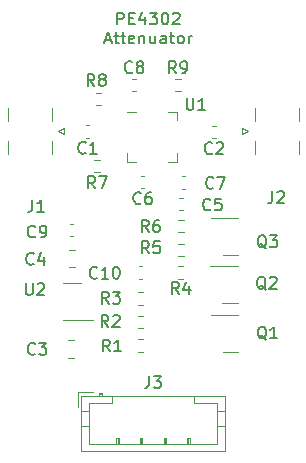
<source format=gbr>
%TF.GenerationSoftware,KiCad,Pcbnew,(6.0.1)*%
%TF.CreationDate,2022-02-11T18:20:56+00:00*%
%TF.ProjectId,PE4302,50453433-3032-42e6-9b69-6361645f7063,rev?*%
%TF.SameCoordinates,Original*%
%TF.FileFunction,Legend,Top*%
%TF.FilePolarity,Positive*%
%FSLAX46Y46*%
G04 Gerber Fmt 4.6, Leading zero omitted, Abs format (unit mm)*
G04 Created by KiCad (PCBNEW (6.0.1)) date 2022-02-11 18:20:56*
%MOMM*%
%LPD*%
G01*
G04 APERTURE LIST*
%ADD10C,0.150000*%
%ADD11C,0.120000*%
G04 APERTURE END LIST*
D10*
X109445752Y-102974580D02*
X109445752Y-101974580D01*
X109826704Y-101974580D01*
X109921942Y-102022200D01*
X109969561Y-102069819D01*
X110017180Y-102165057D01*
X110017180Y-102307914D01*
X109969561Y-102403152D01*
X109921942Y-102450771D01*
X109826704Y-102498390D01*
X109445752Y-102498390D01*
X110445752Y-102450771D02*
X110779085Y-102450771D01*
X110921942Y-102974580D02*
X110445752Y-102974580D01*
X110445752Y-101974580D01*
X110921942Y-101974580D01*
X111779085Y-102307914D02*
X111779085Y-102974580D01*
X111540990Y-101926961D02*
X111302895Y-102641247D01*
X111921942Y-102641247D01*
X112207657Y-101974580D02*
X112826704Y-101974580D01*
X112493371Y-102355533D01*
X112636228Y-102355533D01*
X112731466Y-102403152D01*
X112779085Y-102450771D01*
X112826704Y-102546009D01*
X112826704Y-102784104D01*
X112779085Y-102879342D01*
X112731466Y-102926961D01*
X112636228Y-102974580D01*
X112350514Y-102974580D01*
X112255276Y-102926961D01*
X112207657Y-102879342D01*
X113445752Y-101974580D02*
X113540990Y-101974580D01*
X113636228Y-102022200D01*
X113683847Y-102069819D01*
X113731466Y-102165057D01*
X113779085Y-102355533D01*
X113779085Y-102593628D01*
X113731466Y-102784104D01*
X113683847Y-102879342D01*
X113636228Y-102926961D01*
X113540990Y-102974580D01*
X113445752Y-102974580D01*
X113350514Y-102926961D01*
X113302895Y-102879342D01*
X113255276Y-102784104D01*
X113207657Y-102593628D01*
X113207657Y-102355533D01*
X113255276Y-102165057D01*
X113302895Y-102069819D01*
X113350514Y-102022200D01*
X113445752Y-101974580D01*
X114160038Y-102069819D02*
X114207657Y-102022200D01*
X114302895Y-101974580D01*
X114540990Y-101974580D01*
X114636228Y-102022200D01*
X114683847Y-102069819D01*
X114731466Y-102165057D01*
X114731466Y-102260295D01*
X114683847Y-102403152D01*
X114112419Y-102974580D01*
X114731466Y-102974580D01*
X108421942Y-104298866D02*
X108898133Y-104298866D01*
X108326704Y-104584580D02*
X108660038Y-103584580D01*
X108993371Y-104584580D01*
X109183847Y-103917914D02*
X109564800Y-103917914D01*
X109326704Y-103584580D02*
X109326704Y-104441723D01*
X109374323Y-104536961D01*
X109469561Y-104584580D01*
X109564800Y-104584580D01*
X109755276Y-103917914D02*
X110136228Y-103917914D01*
X109898133Y-103584580D02*
X109898133Y-104441723D01*
X109945752Y-104536961D01*
X110040990Y-104584580D01*
X110136228Y-104584580D01*
X110850514Y-104536961D02*
X110755276Y-104584580D01*
X110564800Y-104584580D01*
X110469561Y-104536961D01*
X110421942Y-104441723D01*
X110421942Y-104060771D01*
X110469561Y-103965533D01*
X110564800Y-103917914D01*
X110755276Y-103917914D01*
X110850514Y-103965533D01*
X110898133Y-104060771D01*
X110898133Y-104156009D01*
X110421942Y-104251247D01*
X111326704Y-103917914D02*
X111326704Y-104584580D01*
X111326704Y-104013152D02*
X111374323Y-103965533D01*
X111469561Y-103917914D01*
X111612419Y-103917914D01*
X111707657Y-103965533D01*
X111755276Y-104060771D01*
X111755276Y-104584580D01*
X112660038Y-103917914D02*
X112660038Y-104584580D01*
X112231466Y-103917914D02*
X112231466Y-104441723D01*
X112279085Y-104536961D01*
X112374323Y-104584580D01*
X112517180Y-104584580D01*
X112612419Y-104536961D01*
X112660038Y-104489342D01*
X113564800Y-104584580D02*
X113564800Y-104060771D01*
X113517180Y-103965533D01*
X113421942Y-103917914D01*
X113231466Y-103917914D01*
X113136228Y-103965533D01*
X113564800Y-104536961D02*
X113469561Y-104584580D01*
X113231466Y-104584580D01*
X113136228Y-104536961D01*
X113088609Y-104441723D01*
X113088609Y-104346485D01*
X113136228Y-104251247D01*
X113231466Y-104203628D01*
X113469561Y-104203628D01*
X113564800Y-104156009D01*
X113898133Y-103917914D02*
X114279085Y-103917914D01*
X114040990Y-103584580D02*
X114040990Y-104441723D01*
X114088609Y-104536961D01*
X114183847Y-104584580D01*
X114279085Y-104584580D01*
X114755276Y-104584580D02*
X114660038Y-104536961D01*
X114612419Y-104489342D01*
X114564800Y-104394104D01*
X114564800Y-104108390D01*
X114612419Y-104013152D01*
X114660038Y-103965533D01*
X114755276Y-103917914D01*
X114898133Y-103917914D01*
X114993371Y-103965533D01*
X115040990Y-104013152D01*
X115088609Y-104108390D01*
X115088609Y-104394104D01*
X115040990Y-104489342D01*
X114993371Y-104536961D01*
X114898133Y-104584580D01*
X114755276Y-104584580D01*
X115517180Y-104584580D02*
X115517180Y-103917914D01*
X115517180Y-104108390D02*
X115564800Y-104013152D01*
X115612419Y-103965533D01*
X115707657Y-103917914D01*
X115802895Y-103917914D01*
%TO.C,J2*%
X122577266Y-117105180D02*
X122577266Y-117819466D01*
X122529647Y-117962323D01*
X122434409Y-118057561D01*
X122291552Y-118105180D01*
X122196314Y-118105180D01*
X123005838Y-117200419D02*
X123053457Y-117152800D01*
X123148695Y-117105180D01*
X123386790Y-117105180D01*
X123482028Y-117152800D01*
X123529647Y-117200419D01*
X123577266Y-117295657D01*
X123577266Y-117390895D01*
X123529647Y-117533752D01*
X122958219Y-118105180D01*
X123577266Y-118105180D01*
%TO.C,J3*%
X112137866Y-132755980D02*
X112137866Y-133470266D01*
X112090247Y-133613123D01*
X111995009Y-133708361D01*
X111852152Y-133755980D01*
X111756914Y-133755980D01*
X112518819Y-132755980D02*
X113137866Y-132755980D01*
X112804533Y-133136933D01*
X112947390Y-133136933D01*
X113042628Y-133184552D01*
X113090247Y-133232171D01*
X113137866Y-133327409D01*
X113137866Y-133565504D01*
X113090247Y-133660742D01*
X113042628Y-133708361D01*
X112947390Y-133755980D01*
X112661676Y-133755980D01*
X112566438Y-133708361D01*
X112518819Y-133660742D01*
%TO.C,U2*%
X101701695Y-124877580D02*
X101701695Y-125687104D01*
X101749314Y-125782342D01*
X101796933Y-125829961D01*
X101892171Y-125877580D01*
X102082647Y-125877580D01*
X102177885Y-125829961D01*
X102225504Y-125782342D01*
X102273123Y-125687104D01*
X102273123Y-124877580D01*
X102701695Y-124972819D02*
X102749314Y-124925200D01*
X102844552Y-124877580D01*
X103082647Y-124877580D01*
X103177885Y-124925200D01*
X103225504Y-124972819D01*
X103273123Y-125068057D01*
X103273123Y-125163295D01*
X103225504Y-125306152D01*
X102654076Y-125877580D01*
X103273123Y-125877580D01*
%TO.C,R9*%
X114412733Y-107099380D02*
X114079400Y-106623190D01*
X113841304Y-107099380D02*
X113841304Y-106099380D01*
X114222257Y-106099380D01*
X114317495Y-106147000D01*
X114365114Y-106194619D01*
X114412733Y-106289857D01*
X114412733Y-106432714D01*
X114365114Y-106527952D01*
X114317495Y-106575571D01*
X114222257Y-106623190D01*
X113841304Y-106623190D01*
X114888923Y-107099380D02*
X115079400Y-107099380D01*
X115174638Y-107051761D01*
X115222257Y-107004142D01*
X115317495Y-106861285D01*
X115365114Y-106670809D01*
X115365114Y-106289857D01*
X115317495Y-106194619D01*
X115269876Y-106147000D01*
X115174638Y-106099380D01*
X114984161Y-106099380D01*
X114888923Y-106147000D01*
X114841304Y-106194619D01*
X114793685Y-106289857D01*
X114793685Y-106527952D01*
X114841304Y-106623190D01*
X114888923Y-106670809D01*
X114984161Y-106718428D01*
X115174638Y-106718428D01*
X115269876Y-106670809D01*
X115317495Y-106623190D01*
X115365114Y-106527952D01*
%TO.C,R1*%
X108824733Y-130652780D02*
X108491400Y-130176590D01*
X108253304Y-130652780D02*
X108253304Y-129652780D01*
X108634257Y-129652780D01*
X108729495Y-129700400D01*
X108777114Y-129748019D01*
X108824733Y-129843257D01*
X108824733Y-129986114D01*
X108777114Y-130081352D01*
X108729495Y-130128971D01*
X108634257Y-130176590D01*
X108253304Y-130176590D01*
X109777114Y-130652780D02*
X109205685Y-130652780D01*
X109491400Y-130652780D02*
X109491400Y-129652780D01*
X109396161Y-129795638D01*
X109300923Y-129890876D01*
X109205685Y-129938495D01*
%TO.C,R5*%
X112126733Y-122346980D02*
X111793400Y-121870790D01*
X111555304Y-122346980D02*
X111555304Y-121346980D01*
X111936257Y-121346980D01*
X112031495Y-121394600D01*
X112079114Y-121442219D01*
X112126733Y-121537457D01*
X112126733Y-121680314D01*
X112079114Y-121775552D01*
X112031495Y-121823171D01*
X111936257Y-121870790D01*
X111555304Y-121870790D01*
X113031495Y-121346980D02*
X112555304Y-121346980D01*
X112507685Y-121823171D01*
X112555304Y-121775552D01*
X112650542Y-121727933D01*
X112888638Y-121727933D01*
X112983876Y-121775552D01*
X113031495Y-121823171D01*
X113079114Y-121918409D01*
X113079114Y-122156504D01*
X113031495Y-122251742D01*
X112983876Y-122299361D01*
X112888638Y-122346980D01*
X112650542Y-122346980D01*
X112555304Y-122299361D01*
X112507685Y-122251742D01*
%TO.C,C3*%
X102500133Y-130836942D02*
X102452514Y-130884561D01*
X102309657Y-130932180D01*
X102214419Y-130932180D01*
X102071561Y-130884561D01*
X101976323Y-130789323D01*
X101928704Y-130694085D01*
X101881085Y-130503609D01*
X101881085Y-130360752D01*
X101928704Y-130170276D01*
X101976323Y-130075038D01*
X102071561Y-129979800D01*
X102214419Y-129932180D01*
X102309657Y-129932180D01*
X102452514Y-129979800D01*
X102500133Y-130027419D01*
X102833466Y-129932180D02*
X103452514Y-129932180D01*
X103119180Y-130313133D01*
X103262038Y-130313133D01*
X103357276Y-130360752D01*
X103404895Y-130408371D01*
X103452514Y-130503609D01*
X103452514Y-130741704D01*
X103404895Y-130836942D01*
X103357276Y-130884561D01*
X103262038Y-130932180D01*
X102976323Y-130932180D01*
X102881085Y-130884561D01*
X102833466Y-130836942D01*
%TO.C,J1*%
X102257266Y-117816380D02*
X102257266Y-118530666D01*
X102209647Y-118673523D01*
X102114409Y-118768761D01*
X101971552Y-118816380D01*
X101876314Y-118816380D01*
X103257266Y-118816380D02*
X102685838Y-118816380D01*
X102971552Y-118816380D02*
X102971552Y-117816380D01*
X102876314Y-117959238D01*
X102781076Y-118054476D01*
X102685838Y-118102095D01*
%TO.C,R4*%
X114666733Y-125801380D02*
X114333400Y-125325190D01*
X114095304Y-125801380D02*
X114095304Y-124801380D01*
X114476257Y-124801380D01*
X114571495Y-124849000D01*
X114619114Y-124896619D01*
X114666733Y-124991857D01*
X114666733Y-125134714D01*
X114619114Y-125229952D01*
X114571495Y-125277571D01*
X114476257Y-125325190D01*
X114095304Y-125325190D01*
X115523876Y-125134714D02*
X115523876Y-125801380D01*
X115285780Y-124753761D02*
X115047685Y-125468047D01*
X115666733Y-125468047D01*
%TO.C,C9*%
X102500133Y-120905542D02*
X102452514Y-120953161D01*
X102309657Y-121000780D01*
X102214419Y-121000780D01*
X102071561Y-120953161D01*
X101976323Y-120857923D01*
X101928704Y-120762685D01*
X101881085Y-120572209D01*
X101881085Y-120429352D01*
X101928704Y-120238876D01*
X101976323Y-120143638D01*
X102071561Y-120048400D01*
X102214419Y-120000780D01*
X102309657Y-120000780D01*
X102452514Y-120048400D01*
X102500133Y-120096019D01*
X102976323Y-121000780D02*
X103166800Y-121000780D01*
X103262038Y-120953161D01*
X103309657Y-120905542D01*
X103404895Y-120762685D01*
X103452514Y-120572209D01*
X103452514Y-120191257D01*
X103404895Y-120096019D01*
X103357276Y-120048400D01*
X103262038Y-120000780D01*
X103071561Y-120000780D01*
X102976323Y-120048400D01*
X102928704Y-120096019D01*
X102881085Y-120191257D01*
X102881085Y-120429352D01*
X102928704Y-120524590D01*
X102976323Y-120572209D01*
X103071561Y-120619828D01*
X103262038Y-120619828D01*
X103357276Y-120572209D01*
X103404895Y-120524590D01*
X103452514Y-120429352D01*
%TO.C,C1*%
X106767333Y-113826542D02*
X106719714Y-113874161D01*
X106576857Y-113921780D01*
X106481619Y-113921780D01*
X106338761Y-113874161D01*
X106243523Y-113778923D01*
X106195904Y-113683685D01*
X106148285Y-113493209D01*
X106148285Y-113350352D01*
X106195904Y-113159876D01*
X106243523Y-113064638D01*
X106338761Y-112969400D01*
X106481619Y-112921780D01*
X106576857Y-112921780D01*
X106719714Y-112969400D01*
X106767333Y-113017019D01*
X107719714Y-113921780D02*
X107148285Y-113921780D01*
X107434000Y-113921780D02*
X107434000Y-112921780D01*
X107338761Y-113064638D01*
X107243523Y-113159876D01*
X107148285Y-113207495D01*
%TO.C,R6*%
X112101333Y-120543580D02*
X111768000Y-120067390D01*
X111529904Y-120543580D02*
X111529904Y-119543580D01*
X111910857Y-119543580D01*
X112006095Y-119591200D01*
X112053714Y-119638819D01*
X112101333Y-119734057D01*
X112101333Y-119876914D01*
X112053714Y-119972152D01*
X112006095Y-120019771D01*
X111910857Y-120067390D01*
X111529904Y-120067390D01*
X112958476Y-119543580D02*
X112768000Y-119543580D01*
X112672761Y-119591200D01*
X112625142Y-119638819D01*
X112529904Y-119781676D01*
X112482285Y-119972152D01*
X112482285Y-120353104D01*
X112529904Y-120448342D01*
X112577523Y-120495961D01*
X112672761Y-120543580D01*
X112863238Y-120543580D01*
X112958476Y-120495961D01*
X113006095Y-120448342D01*
X113053714Y-120353104D01*
X113053714Y-120115009D01*
X113006095Y-120019771D01*
X112958476Y-119972152D01*
X112863238Y-119924533D01*
X112672761Y-119924533D01*
X112577523Y-119972152D01*
X112529904Y-120019771D01*
X112482285Y-120115009D01*
%TO.C,C6*%
X111440933Y-118093742D02*
X111393314Y-118141361D01*
X111250457Y-118188980D01*
X111155219Y-118188980D01*
X111012361Y-118141361D01*
X110917123Y-118046123D01*
X110869504Y-117950885D01*
X110821885Y-117760409D01*
X110821885Y-117617552D01*
X110869504Y-117427076D01*
X110917123Y-117331838D01*
X111012361Y-117236600D01*
X111155219Y-117188980D01*
X111250457Y-117188980D01*
X111393314Y-117236600D01*
X111440933Y-117284219D01*
X112298076Y-117188980D02*
X112107600Y-117188980D01*
X112012361Y-117236600D01*
X111964742Y-117284219D01*
X111869504Y-117427076D01*
X111821885Y-117617552D01*
X111821885Y-117998504D01*
X111869504Y-118093742D01*
X111917123Y-118141361D01*
X112012361Y-118188980D01*
X112202838Y-118188980D01*
X112298076Y-118141361D01*
X112345695Y-118093742D01*
X112393314Y-117998504D01*
X112393314Y-117760409D01*
X112345695Y-117665171D01*
X112298076Y-117617552D01*
X112202838Y-117569933D01*
X112012361Y-117569933D01*
X111917123Y-117617552D01*
X111869504Y-117665171D01*
X111821885Y-117760409D01*
%TO.C,C8*%
X110704333Y-107004142D02*
X110656714Y-107051761D01*
X110513857Y-107099380D01*
X110418619Y-107099380D01*
X110275761Y-107051761D01*
X110180523Y-106956523D01*
X110132904Y-106861285D01*
X110085285Y-106670809D01*
X110085285Y-106527952D01*
X110132904Y-106337476D01*
X110180523Y-106242238D01*
X110275761Y-106147000D01*
X110418619Y-106099380D01*
X110513857Y-106099380D01*
X110656714Y-106147000D01*
X110704333Y-106194619D01*
X111275761Y-106527952D02*
X111180523Y-106480333D01*
X111132904Y-106432714D01*
X111085285Y-106337476D01*
X111085285Y-106289857D01*
X111132904Y-106194619D01*
X111180523Y-106147000D01*
X111275761Y-106099380D01*
X111466238Y-106099380D01*
X111561476Y-106147000D01*
X111609095Y-106194619D01*
X111656714Y-106289857D01*
X111656714Y-106337476D01*
X111609095Y-106432714D01*
X111561476Y-106480333D01*
X111466238Y-106527952D01*
X111275761Y-106527952D01*
X111180523Y-106575571D01*
X111132904Y-106623190D01*
X111085285Y-106718428D01*
X111085285Y-106908904D01*
X111132904Y-107004142D01*
X111180523Y-107051761D01*
X111275761Y-107099380D01*
X111466238Y-107099380D01*
X111561476Y-107051761D01*
X111609095Y-107004142D01*
X111656714Y-106908904D01*
X111656714Y-106718428D01*
X111609095Y-106623190D01*
X111561476Y-106575571D01*
X111466238Y-106527952D01*
%TO.C,Q2*%
X122027961Y-125439419D02*
X121932723Y-125391800D01*
X121837485Y-125296561D01*
X121694628Y-125153704D01*
X121599390Y-125106085D01*
X121504152Y-125106085D01*
X121551771Y-125344180D02*
X121456533Y-125296561D01*
X121361295Y-125201323D01*
X121313676Y-125010847D01*
X121313676Y-124677514D01*
X121361295Y-124487038D01*
X121456533Y-124391800D01*
X121551771Y-124344180D01*
X121742247Y-124344180D01*
X121837485Y-124391800D01*
X121932723Y-124487038D01*
X121980342Y-124677514D01*
X121980342Y-125010847D01*
X121932723Y-125201323D01*
X121837485Y-125296561D01*
X121742247Y-125344180D01*
X121551771Y-125344180D01*
X122361295Y-124439419D02*
X122408914Y-124391800D01*
X122504152Y-124344180D01*
X122742247Y-124344180D01*
X122837485Y-124391800D01*
X122885104Y-124439419D01*
X122932723Y-124534657D01*
X122932723Y-124629895D01*
X122885104Y-124772752D01*
X122313676Y-125344180D01*
X122932723Y-125344180D01*
%TO.C,R3*%
X108723133Y-126614180D02*
X108389800Y-126137990D01*
X108151704Y-126614180D02*
X108151704Y-125614180D01*
X108532657Y-125614180D01*
X108627895Y-125661800D01*
X108675514Y-125709419D01*
X108723133Y-125804657D01*
X108723133Y-125947514D01*
X108675514Y-126042752D01*
X108627895Y-126090371D01*
X108532657Y-126137990D01*
X108151704Y-126137990D01*
X109056466Y-125614180D02*
X109675514Y-125614180D01*
X109342180Y-125995133D01*
X109485038Y-125995133D01*
X109580276Y-126042752D01*
X109627895Y-126090371D01*
X109675514Y-126185609D01*
X109675514Y-126423704D01*
X109627895Y-126518942D01*
X109580276Y-126566561D01*
X109485038Y-126614180D01*
X109199323Y-126614180D01*
X109104085Y-126566561D01*
X109056466Y-126518942D01*
%TO.C,R7*%
X107580133Y-116842780D02*
X107246800Y-116366590D01*
X107008704Y-116842780D02*
X107008704Y-115842780D01*
X107389657Y-115842780D01*
X107484895Y-115890400D01*
X107532514Y-115938019D01*
X107580133Y-116033257D01*
X107580133Y-116176114D01*
X107532514Y-116271352D01*
X107484895Y-116318971D01*
X107389657Y-116366590D01*
X107008704Y-116366590D01*
X107913466Y-115842780D02*
X108580133Y-115842780D01*
X108151561Y-116842780D01*
%TO.C,R8*%
X107503933Y-108173780D02*
X107170600Y-107697590D01*
X106932504Y-108173780D02*
X106932504Y-107173780D01*
X107313457Y-107173780D01*
X107408695Y-107221400D01*
X107456314Y-107269019D01*
X107503933Y-107364257D01*
X107503933Y-107507114D01*
X107456314Y-107602352D01*
X107408695Y-107649971D01*
X107313457Y-107697590D01*
X106932504Y-107697590D01*
X108075361Y-107602352D02*
X107980123Y-107554733D01*
X107932504Y-107507114D01*
X107884885Y-107411876D01*
X107884885Y-107364257D01*
X107932504Y-107269019D01*
X107980123Y-107221400D01*
X108075361Y-107173780D01*
X108265838Y-107173780D01*
X108361076Y-107221400D01*
X108408695Y-107269019D01*
X108456314Y-107364257D01*
X108456314Y-107411876D01*
X108408695Y-107507114D01*
X108361076Y-107554733D01*
X108265838Y-107602352D01*
X108075361Y-107602352D01*
X107980123Y-107649971D01*
X107932504Y-107697590D01*
X107884885Y-107792828D01*
X107884885Y-107983304D01*
X107932504Y-108078542D01*
X107980123Y-108126161D01*
X108075361Y-108173780D01*
X108265838Y-108173780D01*
X108361076Y-108126161D01*
X108408695Y-108078542D01*
X108456314Y-107983304D01*
X108456314Y-107792828D01*
X108408695Y-107697590D01*
X108361076Y-107649971D01*
X108265838Y-107602352D01*
%TO.C,U1*%
X115316095Y-109205780D02*
X115316095Y-110015304D01*
X115363714Y-110110542D01*
X115411333Y-110158161D01*
X115506571Y-110205780D01*
X115697047Y-110205780D01*
X115792285Y-110158161D01*
X115839904Y-110110542D01*
X115887523Y-110015304D01*
X115887523Y-109205780D01*
X116887523Y-110205780D02*
X116316095Y-110205780D01*
X116601809Y-110205780D02*
X116601809Y-109205780D01*
X116506571Y-109348638D01*
X116411333Y-109443876D01*
X116316095Y-109491495D01*
%TO.C,C5*%
X117333733Y-118619542D02*
X117286114Y-118667161D01*
X117143257Y-118714780D01*
X117048019Y-118714780D01*
X116905161Y-118667161D01*
X116809923Y-118571923D01*
X116762304Y-118476685D01*
X116714685Y-118286209D01*
X116714685Y-118143352D01*
X116762304Y-117952876D01*
X116809923Y-117857638D01*
X116905161Y-117762400D01*
X117048019Y-117714780D01*
X117143257Y-117714780D01*
X117286114Y-117762400D01*
X117333733Y-117810019D01*
X118238495Y-117714780D02*
X117762304Y-117714780D01*
X117714685Y-118190971D01*
X117762304Y-118143352D01*
X117857542Y-118095733D01*
X118095638Y-118095733D01*
X118190876Y-118143352D01*
X118238495Y-118190971D01*
X118286114Y-118286209D01*
X118286114Y-118524304D01*
X118238495Y-118619542D01*
X118190876Y-118667161D01*
X118095638Y-118714780D01*
X117857542Y-118714780D01*
X117762304Y-118667161D01*
X117714685Y-118619542D01*
%TO.C,C4*%
X102373133Y-123216942D02*
X102325514Y-123264561D01*
X102182657Y-123312180D01*
X102087419Y-123312180D01*
X101944561Y-123264561D01*
X101849323Y-123169323D01*
X101801704Y-123074085D01*
X101754085Y-122883609D01*
X101754085Y-122740752D01*
X101801704Y-122550276D01*
X101849323Y-122455038D01*
X101944561Y-122359800D01*
X102087419Y-122312180D01*
X102182657Y-122312180D01*
X102325514Y-122359800D01*
X102373133Y-122407419D01*
X103230276Y-122645514D02*
X103230276Y-123312180D01*
X102992180Y-122264561D02*
X102754085Y-122978847D01*
X103373133Y-122978847D01*
%TO.C,C2*%
X117486133Y-113861942D02*
X117438514Y-113909561D01*
X117295657Y-113957180D01*
X117200419Y-113957180D01*
X117057561Y-113909561D01*
X116962323Y-113814323D01*
X116914704Y-113719085D01*
X116867085Y-113528609D01*
X116867085Y-113385752D01*
X116914704Y-113195276D01*
X116962323Y-113100038D01*
X117057561Y-113004800D01*
X117200419Y-112957180D01*
X117295657Y-112957180D01*
X117438514Y-113004800D01*
X117486133Y-113052419D01*
X117867085Y-113052419D02*
X117914704Y-113004800D01*
X118009942Y-112957180D01*
X118248038Y-112957180D01*
X118343276Y-113004800D01*
X118390895Y-113052419D01*
X118438514Y-113147657D01*
X118438514Y-113242895D01*
X118390895Y-113385752D01*
X117819466Y-113957180D01*
X118438514Y-113957180D01*
%TO.C,C10*%
X107738942Y-124410742D02*
X107691323Y-124458361D01*
X107548466Y-124505980D01*
X107453228Y-124505980D01*
X107310371Y-124458361D01*
X107215133Y-124363123D01*
X107167514Y-124267885D01*
X107119895Y-124077409D01*
X107119895Y-123934552D01*
X107167514Y-123744076D01*
X107215133Y-123648838D01*
X107310371Y-123553600D01*
X107453228Y-123505980D01*
X107548466Y-123505980D01*
X107691323Y-123553600D01*
X107738942Y-123601219D01*
X108691323Y-124505980D02*
X108119895Y-124505980D01*
X108405609Y-124505980D02*
X108405609Y-123505980D01*
X108310371Y-123648838D01*
X108215133Y-123744076D01*
X108119895Y-123791695D01*
X109310371Y-123505980D02*
X109405609Y-123505980D01*
X109500847Y-123553600D01*
X109548466Y-123601219D01*
X109596085Y-123696457D01*
X109643704Y-123886933D01*
X109643704Y-124125028D01*
X109596085Y-124315504D01*
X109548466Y-124410742D01*
X109500847Y-124458361D01*
X109405609Y-124505980D01*
X109310371Y-124505980D01*
X109215133Y-124458361D01*
X109167514Y-124410742D01*
X109119895Y-124315504D01*
X109072276Y-124125028D01*
X109072276Y-123886933D01*
X109119895Y-123696457D01*
X109167514Y-123601219D01*
X109215133Y-123553600D01*
X109310371Y-123505980D01*
%TO.C,Q1*%
X122078761Y-129655819D02*
X121983523Y-129608200D01*
X121888285Y-129512961D01*
X121745428Y-129370104D01*
X121650190Y-129322485D01*
X121554952Y-129322485D01*
X121602571Y-129560580D02*
X121507333Y-129512961D01*
X121412095Y-129417723D01*
X121364476Y-129227247D01*
X121364476Y-128893914D01*
X121412095Y-128703438D01*
X121507333Y-128608200D01*
X121602571Y-128560580D01*
X121793047Y-128560580D01*
X121888285Y-128608200D01*
X121983523Y-128703438D01*
X122031142Y-128893914D01*
X122031142Y-129227247D01*
X121983523Y-129417723D01*
X121888285Y-129512961D01*
X121793047Y-129560580D01*
X121602571Y-129560580D01*
X122983523Y-129560580D02*
X122412095Y-129560580D01*
X122697809Y-129560580D02*
X122697809Y-128560580D01*
X122602571Y-128703438D01*
X122507333Y-128798676D01*
X122412095Y-128846295D01*
%TO.C,R2*%
X108697733Y-128595380D02*
X108364400Y-128119190D01*
X108126304Y-128595380D02*
X108126304Y-127595380D01*
X108507257Y-127595380D01*
X108602495Y-127643000D01*
X108650114Y-127690619D01*
X108697733Y-127785857D01*
X108697733Y-127928714D01*
X108650114Y-128023952D01*
X108602495Y-128071571D01*
X108507257Y-128119190D01*
X108126304Y-128119190D01*
X109078685Y-127690619D02*
X109126304Y-127643000D01*
X109221542Y-127595380D01*
X109459638Y-127595380D01*
X109554876Y-127643000D01*
X109602495Y-127690619D01*
X109650114Y-127785857D01*
X109650114Y-127881095D01*
X109602495Y-128023952D01*
X109031066Y-128595380D01*
X109650114Y-128595380D01*
%TO.C,Q3*%
X122078761Y-121934219D02*
X121983523Y-121886600D01*
X121888285Y-121791361D01*
X121745428Y-121648504D01*
X121650190Y-121600885D01*
X121554952Y-121600885D01*
X121602571Y-121838980D02*
X121507333Y-121791361D01*
X121412095Y-121696123D01*
X121364476Y-121505647D01*
X121364476Y-121172314D01*
X121412095Y-120981838D01*
X121507333Y-120886600D01*
X121602571Y-120838980D01*
X121793047Y-120838980D01*
X121888285Y-120886600D01*
X121983523Y-120981838D01*
X122031142Y-121172314D01*
X122031142Y-121505647D01*
X121983523Y-121696123D01*
X121888285Y-121791361D01*
X121793047Y-121838980D01*
X121602571Y-121838980D01*
X122364476Y-120838980D02*
X122983523Y-120838980D01*
X122650190Y-121219933D01*
X122793047Y-121219933D01*
X122888285Y-121267552D01*
X122935904Y-121315171D01*
X122983523Y-121410409D01*
X122983523Y-121648504D01*
X122935904Y-121743742D01*
X122888285Y-121791361D01*
X122793047Y-121838980D01*
X122507333Y-121838980D01*
X122412095Y-121791361D01*
X122364476Y-121743742D01*
%TO.C,C7*%
X117587733Y-116790742D02*
X117540114Y-116838361D01*
X117397257Y-116885980D01*
X117302019Y-116885980D01*
X117159161Y-116838361D01*
X117063923Y-116743123D01*
X117016304Y-116647885D01*
X116968685Y-116457409D01*
X116968685Y-116314552D01*
X117016304Y-116124076D01*
X117063923Y-116028838D01*
X117159161Y-115933600D01*
X117302019Y-115885980D01*
X117397257Y-115885980D01*
X117540114Y-115933600D01*
X117587733Y-115981219D01*
X117921066Y-115885980D02*
X118587733Y-115885980D01*
X118159161Y-116885980D01*
D11*
%TO.C,J2*%
X120040000Y-112250000D02*
X120540000Y-112000000D01*
X121090000Y-111160000D02*
X121090000Y-110050000D01*
X124800000Y-111160000D02*
X124800000Y-110050000D01*
X120540000Y-112000000D02*
X120040000Y-111750000D01*
X120040000Y-111750000D02*
X120040000Y-112250000D01*
X121090000Y-113950000D02*
X121090000Y-112840000D01*
X124800000Y-113950000D02*
X124800000Y-112840000D01*
%TO.C,J3*%
X107021200Y-135003600D02*
X107021200Y-138503600D01*
X115471200Y-138503600D02*
X115471200Y-138003600D01*
X113371200Y-138003600D02*
X113571200Y-138003600D01*
X108171200Y-134193600D02*
X107871200Y-134193600D01*
X115971200Y-135003600D02*
X115971200Y-134393600D01*
X118531200Y-139113600D02*
X118531200Y-134393600D01*
X106411200Y-134393600D02*
X106411200Y-139113600D01*
X109371200Y-138503600D02*
X109371200Y-138003600D01*
X106411200Y-139113600D02*
X118531200Y-139113600D01*
X111371200Y-138003600D02*
X111571200Y-138003600D01*
X113371200Y-138503600D02*
X113371200Y-138003600D01*
X106111200Y-134093600D02*
X106111200Y-135343600D01*
X115371200Y-138503600D02*
X115371200Y-138003600D01*
X115371200Y-138003600D02*
X115571200Y-138003600D01*
X117921200Y-138503600D02*
X117921200Y-135003600D01*
X117921200Y-135003600D02*
X115971200Y-135003600D01*
X118531200Y-134393600D02*
X106411200Y-134393600D01*
X111371200Y-138503600D02*
X111371200Y-138003600D01*
X107871200Y-134193600D02*
X107871200Y-134393600D01*
X107021200Y-138503600D02*
X117921200Y-138503600D01*
X118531200Y-135703600D02*
X117921200Y-135703600D01*
X106411200Y-137003600D02*
X107021200Y-137003600D01*
X111571200Y-138003600D02*
X111571200Y-138503600D01*
X108171200Y-134293600D02*
X107871200Y-134293600D01*
X108971200Y-134393600D02*
X108971200Y-135003600D01*
X108971200Y-135003600D02*
X107021200Y-135003600D01*
X109371200Y-138003600D02*
X109571200Y-138003600D01*
X118531200Y-137003600D02*
X117921200Y-137003600D01*
X113471200Y-138503600D02*
X113471200Y-138003600D01*
X111471200Y-138503600D02*
X111471200Y-138003600D01*
X115571200Y-138003600D02*
X115571200Y-138503600D01*
X109471200Y-138503600D02*
X109471200Y-138003600D01*
X113571200Y-138003600D02*
X113571200Y-138503600D01*
X107361200Y-134093600D02*
X106111200Y-134093600D01*
X106411200Y-135703600D02*
X107021200Y-135703600D01*
X108171200Y-134393600D02*
X108171200Y-134193600D01*
X109571200Y-138003600D02*
X109571200Y-138503600D01*
%TO.C,U2*%
X105615500Y-127965600D02*
X107415500Y-127965600D01*
X105615500Y-124845600D02*
X106415500Y-124845600D01*
X105615500Y-124845600D02*
X104815500Y-124845600D01*
X105615500Y-127965600D02*
X104815500Y-127965600D01*
%TO.C,R9*%
X114342142Y-108599500D02*
X114816658Y-108599500D01*
X114342142Y-107554500D02*
X114816658Y-107554500D01*
%TO.C,R1*%
X111669358Y-130687300D02*
X111194842Y-130687300D01*
X111669358Y-129642300D02*
X111194842Y-129642300D01*
%TO.C,R5*%
X114596142Y-122594900D02*
X115070658Y-122594900D01*
X114596142Y-121549900D02*
X115070658Y-121549900D01*
%TO.C,C3*%
X105291048Y-129734600D02*
X105813552Y-129734600D01*
X105291048Y-131204600D02*
X105813552Y-131204600D01*
%TO.C,J1*%
X103910000Y-112840000D02*
X103910000Y-113950000D01*
X104960000Y-111750000D02*
X104460000Y-112000000D01*
X100200000Y-110050000D02*
X100200000Y-111160000D01*
X104960000Y-112250000D02*
X104960000Y-111750000D01*
X103910000Y-110050000D02*
X103910000Y-111160000D01*
X104460000Y-112000000D02*
X104960000Y-112250000D01*
X100200000Y-112840000D02*
X100200000Y-113950000D01*
%TO.C,R4*%
X114570742Y-123454900D02*
X115045258Y-123454900D01*
X114570742Y-124499900D02*
X115045258Y-124499900D01*
%TO.C,C9*%
X105705280Y-119850400D02*
X105424120Y-119850400D01*
X105705280Y-120870400D02*
X105424120Y-120870400D01*
%TO.C,C1*%
X107074580Y-111529400D02*
X106793420Y-111529400D01*
X107074580Y-112549400D02*
X106793420Y-112549400D01*
%TO.C,R6*%
X114596142Y-119543300D02*
X115070658Y-119543300D01*
X114596142Y-120588300D02*
X115070658Y-120588300D01*
%TO.C,C6*%
X111748180Y-116816600D02*
X111467020Y-116816600D01*
X111748180Y-115796600D02*
X111467020Y-115796600D01*
%TO.C,C8*%
X110730420Y-107567000D02*
X111011580Y-107567000D01*
X110730420Y-108587000D02*
X111011580Y-108587000D01*
%TO.C,Q2*%
X118999000Y-123433400D02*
X117324000Y-123433400D01*
X118999000Y-123433400D02*
X119649000Y-123433400D01*
X118999000Y-126553400D02*
X119649000Y-126553400D01*
X118999000Y-126553400D02*
X118349000Y-126553400D01*
%TO.C,R3*%
X111646258Y-125644300D02*
X111171742Y-125644300D01*
X111646258Y-126689300D02*
X111171742Y-126689300D01*
%TO.C,R7*%
X107984058Y-114437900D02*
X107509542Y-114437900D01*
X107984058Y-115482900D02*
X107509542Y-115482900D01*
%TO.C,R8*%
X107611142Y-109818700D02*
X108085658Y-109818700D01*
X107611142Y-108773700D02*
X108085658Y-108773700D01*
%TO.C,U1*%
X111010000Y-110361200D02*
X110285000Y-110361200D01*
X113780000Y-110361200D02*
X114505000Y-110361200D01*
X114505000Y-114581200D02*
X114505000Y-113856200D01*
X114505000Y-110361200D02*
X114505000Y-111086200D01*
X113780000Y-114581200D02*
X114505000Y-114581200D01*
X110285000Y-114581200D02*
X110285000Y-113856200D01*
X111010000Y-114581200D02*
X110285000Y-114581200D01*
%TO.C,C5*%
X114692820Y-118696200D02*
X114973980Y-118696200D01*
X114692820Y-117676200D02*
X114973980Y-117676200D01*
%TO.C,C4*%
X105876752Y-122063800D02*
X105354248Y-122063800D01*
X105876752Y-123533800D02*
X105354248Y-123533800D01*
%TO.C,C2*%
X117793380Y-112584800D02*
X117512220Y-112584800D01*
X117793380Y-111564800D02*
X117512220Y-111564800D01*
%TO.C,C10*%
X111263820Y-124487400D02*
X111544980Y-124487400D01*
X111263820Y-123467400D02*
X111544980Y-123467400D01*
%TO.C,Q1*%
X119024400Y-127553200D02*
X119674400Y-127553200D01*
X119024400Y-127553200D02*
X117349400Y-127553200D01*
X119024400Y-130673200D02*
X119674400Y-130673200D01*
X119024400Y-130673200D02*
X118374400Y-130673200D01*
%TO.C,R2*%
X111643958Y-128680700D02*
X111169442Y-128680700D01*
X111643958Y-127635700D02*
X111169442Y-127635700D01*
%TO.C,Q3*%
X119024400Y-122519800D02*
X118374400Y-122519800D01*
X119024400Y-119399800D02*
X119674400Y-119399800D01*
X119024400Y-122519800D02*
X119674400Y-122519800D01*
X119024400Y-119399800D02*
X117349400Y-119399800D01*
%TO.C,C7*%
X114921420Y-116867400D02*
X115202580Y-116867400D01*
X114921420Y-115847400D02*
X115202580Y-115847400D01*
%TD*%
M02*

</source>
